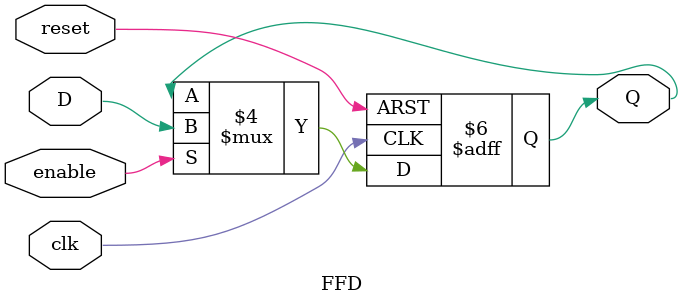
<source format=v>
module FFT (input wire enable, reset, clk, output wire Q);

FFD F1(enable, reset, clk, ~Q, Q);

endmodule

module FFD(input enable, reset, clk, D, output  reg Q);

always @ (posedge clk, posedge reset)
begin
  begin
  if (reset)
    Q <= 0;
  else if (~enable)
    Q <=Q;
  else
  Q <= D;
  end
end
  endmodule

</source>
